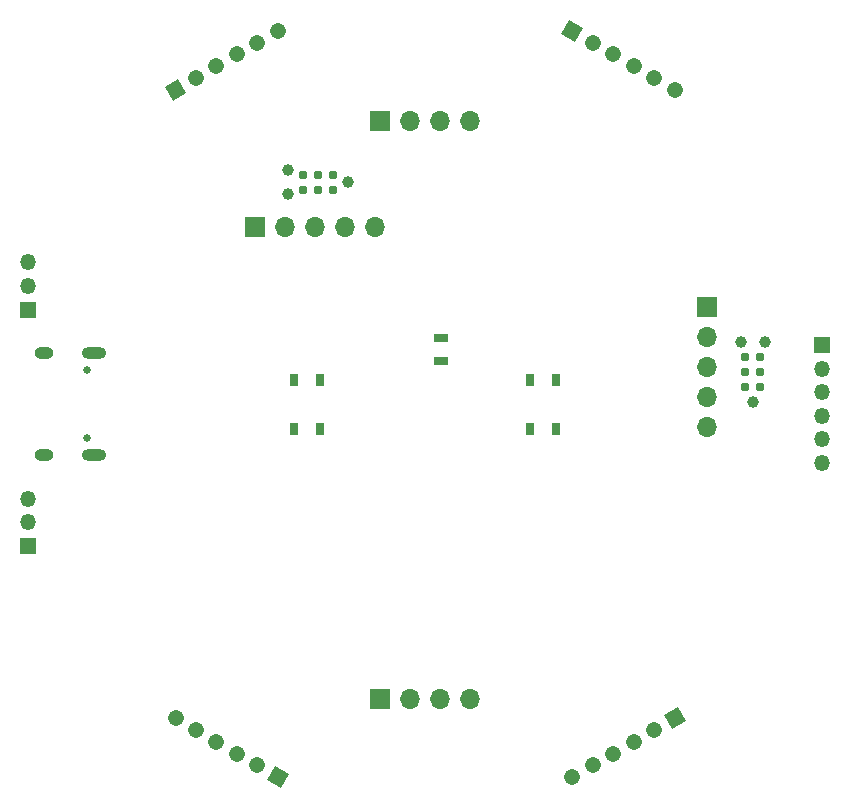
<source format=gbs>
G04 #@! TF.GenerationSoftware,KiCad,Pcbnew,5.1.5+dfsg1-2build2*
G04 #@! TF.CreationDate,2021-12-29T19:23:25+01:00*
G04 #@! TF.ProjectId,hex_base,6865785f-6261-4736-952e-6b696361645f,rev?*
G04 #@! TF.SameCoordinates,Original*
G04 #@! TF.FileFunction,Soldermask,Bot*
G04 #@! TF.FilePolarity,Negative*
%FSLAX46Y46*%
G04 Gerber Fmt 4.6, Leading zero omitted, Abs format (unit mm)*
G04 Created by KiCad (PCBNEW 5.1.5+dfsg1-2build2) date 2021-12-29 19:23:25*
%MOMM*%
%LPD*%
G04 APERTURE LIST*
%ADD10R,0.650000X1.050000*%
%ADD11R,1.300000X0.700000*%
%ADD12O,1.700000X1.700000*%
%ADD13R,1.700000X1.700000*%
%ADD14C,1.350000*%
%ADD15C,0.100000*%
%ADD16O,1.350000X1.350000*%
%ADD17R,1.350000X1.350000*%
%ADD18C,0.985520*%
%ADD19C,0.988060*%
%ADD20C,0.784860*%
%ADD21O,2.100000X1.000000*%
%ADD22O,1.600000X1.000000*%
%ADD23C,0.650000*%
G04 APERTURE END LIST*
D10*
X91075000Y-102075000D03*
X91075000Y-97925000D03*
X88925000Y-102075000D03*
X88925000Y-97925000D03*
X111075000Y-102075000D03*
X111075000Y-97925000D03*
X108925000Y-102075000D03*
X108925000Y-97925000D03*
D11*
X101350000Y-96350000D03*
X101350000Y-94450000D03*
D12*
X103810000Y-125000000D03*
X101270000Y-125000000D03*
X98730000Y-125000000D03*
D13*
X96190000Y-125000000D03*
D12*
X103810000Y-76000000D03*
X101270000Y-76000000D03*
X98730000Y-76000000D03*
D13*
X96190000Y-76000000D03*
D14*
X78869873Y-126600000D02*
X78869873Y-126600000D01*
X80601924Y-127600000D02*
X80601924Y-127600000D01*
X82333975Y-128600000D02*
X82333975Y-128600000D01*
X84066025Y-129600000D02*
X84066025Y-129600000D01*
X85798076Y-130600000D02*
X85798076Y-130600000D01*
D15*
G36*
X87283060Y-130677933D02*
G01*
X88452194Y-131352933D01*
X87777194Y-132522067D01*
X86608060Y-131847067D01*
X87283060Y-130677933D01*
G37*
D14*
X112469873Y-131600000D02*
X112469873Y-131600000D01*
X114201924Y-130600000D02*
X114201924Y-130600000D01*
X115933975Y-129600000D02*
X115933975Y-129600000D01*
X117666025Y-128600000D02*
X117666025Y-128600000D01*
X119398076Y-127600000D02*
X119398076Y-127600000D01*
D15*
G36*
X120208060Y-126352933D02*
G01*
X121377194Y-125677933D01*
X122052194Y-126847067D01*
X120883060Y-127522067D01*
X120208060Y-126352933D01*
G37*
D16*
X133600000Y-105000000D03*
X133600000Y-103000000D03*
X133600000Y-101000000D03*
X133600000Y-99000000D03*
X133600000Y-97000000D03*
D17*
X133600000Y-95000000D03*
D14*
X121130127Y-73400000D02*
X121130127Y-73400000D01*
X119398076Y-72400000D02*
X119398076Y-72400000D01*
X117666025Y-71400000D02*
X117666025Y-71400000D01*
X115933975Y-70400000D02*
X115933975Y-70400000D01*
X114201924Y-69400000D02*
X114201924Y-69400000D01*
D15*
G36*
X112716940Y-69322067D02*
G01*
X111547806Y-68647067D01*
X112222806Y-67477933D01*
X113391940Y-68152933D01*
X112716940Y-69322067D01*
G37*
D14*
X87530127Y-68400000D02*
X87530127Y-68400000D01*
X85798076Y-69400000D02*
X85798076Y-69400000D01*
X84066025Y-70400000D02*
X84066025Y-70400000D01*
X82333975Y-71400000D02*
X82333975Y-71400000D01*
X80601924Y-72400000D02*
X80601924Y-72400000D01*
D15*
G36*
X79791940Y-73647067D02*
G01*
X78622806Y-74322067D01*
X77947806Y-73152933D01*
X79116940Y-72477933D01*
X79791940Y-73647067D01*
G37*
D16*
X66400000Y-88000000D03*
X66400000Y-90000000D03*
D17*
X66400000Y-92000000D03*
D16*
X66400000Y-108000000D03*
X66400000Y-110000000D03*
D17*
X66400000Y-112000000D03*
D18*
X88410000Y-82216000D03*
X88410000Y-80184000D03*
D19*
X93490000Y-81200000D03*
D20*
X89680000Y-80565000D03*
X89680000Y-81835000D03*
X90950000Y-80565000D03*
X90950000Y-81835000D03*
X92220000Y-80565000D03*
X92220000Y-81835000D03*
D18*
X126734000Y-94785000D03*
X128766000Y-94785000D03*
D19*
X127750000Y-99865000D03*
D20*
X128385000Y-96055000D03*
X127115000Y-96055000D03*
X128385000Y-97325000D03*
X127115000Y-97325000D03*
X128385000Y-98595000D03*
X127115000Y-98595000D03*
D21*
X71935000Y-95680000D03*
X71935000Y-104320000D03*
D22*
X67755000Y-95680000D03*
X67755000Y-104320000D03*
D23*
X71405000Y-102890000D03*
X71405000Y-97110000D03*
D12*
X95735000Y-85000000D03*
X93195000Y-85000000D03*
X90655000Y-85000000D03*
X88115000Y-85000000D03*
D13*
X85575000Y-85000000D03*
D12*
X123900000Y-101960000D03*
X123900000Y-99420000D03*
X123900000Y-96880000D03*
X123900000Y-94340000D03*
D13*
X123900000Y-91800000D03*
M02*

</source>
